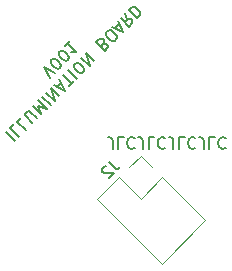
<source format=gbr>
%TF.GenerationSoftware,KiCad,Pcbnew,(5.1.6)-1*%
%TF.CreationDate,2021-01-25T18:01:45+00:00*%
%TF.ProjectId,Illum,496c6c75-6d2e-46b6-9963-61645f706362,rev?*%
%TF.SameCoordinates,Original*%
%TF.FileFunction,Legend,Bot*%
%TF.FilePolarity,Positive*%
%FSLAX46Y46*%
G04 Gerber Fmt 4.6, Leading zero omitted, Abs format (unit mm)*
G04 Created by KiCad (PCBNEW (5.1.6)-1) date 2021-01-25 18:01:45*
%MOMM*%
%LPD*%
G01*
G04 APERTURE LIST*
%ADD10C,0.150000*%
%ADD11C,0.120000*%
G04 APERTURE END LIST*
D10*
X109880952Y-105047619D02*
X109880952Y-104333333D01*
X109833333Y-104190476D01*
X109738095Y-104095238D01*
X109595238Y-104047619D01*
X109500000Y-104047619D01*
X110833333Y-104047619D02*
X110357142Y-104047619D01*
X110357142Y-105047619D01*
X111738095Y-104142857D02*
X111690476Y-104095238D01*
X111547619Y-104047619D01*
X111452380Y-104047619D01*
X111309523Y-104095238D01*
X111214285Y-104190476D01*
X111166666Y-104285714D01*
X111119047Y-104476190D01*
X111119047Y-104619047D01*
X111166666Y-104809523D01*
X111214285Y-104904761D01*
X111309523Y-105000000D01*
X111452380Y-105047619D01*
X111547619Y-105047619D01*
X111690476Y-105000000D01*
X111738095Y-104952380D01*
X112452380Y-105047619D02*
X112452380Y-104333333D01*
X112404761Y-104190476D01*
X112309523Y-104095238D01*
X112166666Y-104047619D01*
X112071428Y-104047619D01*
X113404761Y-104047619D02*
X112928571Y-104047619D01*
X112928571Y-105047619D01*
X114309523Y-104142857D02*
X114261904Y-104095238D01*
X114119047Y-104047619D01*
X114023809Y-104047619D01*
X113880952Y-104095238D01*
X113785714Y-104190476D01*
X113738095Y-104285714D01*
X113690476Y-104476190D01*
X113690476Y-104619047D01*
X113738095Y-104809523D01*
X113785714Y-104904761D01*
X113880952Y-105000000D01*
X114023809Y-105047619D01*
X114119047Y-105047619D01*
X114261904Y-105000000D01*
X114309523Y-104952380D01*
X115023809Y-105047619D02*
X115023809Y-104333333D01*
X114976190Y-104190476D01*
X114880952Y-104095238D01*
X114738095Y-104047619D01*
X114642857Y-104047619D01*
X115976190Y-104047619D02*
X115500000Y-104047619D01*
X115500000Y-105047619D01*
X116880952Y-104142857D02*
X116833333Y-104095238D01*
X116690476Y-104047619D01*
X116595238Y-104047619D01*
X116452380Y-104095238D01*
X116357142Y-104190476D01*
X116309523Y-104285714D01*
X116261904Y-104476190D01*
X116261904Y-104619047D01*
X116309523Y-104809523D01*
X116357142Y-104904761D01*
X116452380Y-105000000D01*
X116595238Y-105047619D01*
X116690476Y-105047619D01*
X116833333Y-105000000D01*
X116880952Y-104952380D01*
X117595238Y-105047619D02*
X117595238Y-104333333D01*
X117547619Y-104190476D01*
X117452380Y-104095238D01*
X117309523Y-104047619D01*
X117214285Y-104047619D01*
X118547619Y-104047619D02*
X118071428Y-104047619D01*
X118071428Y-105047619D01*
X119452380Y-104142857D02*
X119404761Y-104095238D01*
X119261904Y-104047619D01*
X119166666Y-104047619D01*
X119023809Y-104095238D01*
X118928571Y-104190476D01*
X118880952Y-104285714D01*
X118833333Y-104476190D01*
X118833333Y-104619047D01*
X118880952Y-104809523D01*
X118928571Y-104904761D01*
X119023809Y-105000000D01*
X119166666Y-105047619D01*
X119261904Y-105047619D01*
X119404761Y-105000000D01*
X119452380Y-104952380D01*
X100892836Y-103634125D02*
X101599943Y-104341232D01*
X101566272Y-102960690D02*
X101229554Y-103297408D01*
X101936661Y-104004514D01*
X102138691Y-102388270D02*
X101801974Y-102724988D01*
X102509081Y-103432095D01*
X103081500Y-102859675D02*
X102509081Y-102287255D01*
X102475409Y-102186240D01*
X102475409Y-102118896D01*
X102509081Y-102017881D01*
X102643768Y-101883194D01*
X102744783Y-101849522D01*
X102812126Y-101849522D01*
X102913142Y-101883194D01*
X103485561Y-102455614D01*
X103115172Y-101411790D02*
X103822279Y-102118896D01*
X103552905Y-101378118D01*
X104293683Y-101647492D01*
X103586577Y-100940385D01*
X103923294Y-100603668D02*
X104630401Y-101310774D01*
X104260012Y-100266950D02*
X104967118Y-100974057D01*
X104664073Y-99862889D01*
X105371179Y-100569996D01*
X105169149Y-99761874D02*
X105505866Y-99425156D01*
X104899775Y-99627187D02*
X105842584Y-100098591D01*
X105371179Y-99155782D01*
X106212973Y-99728202D02*
X106617034Y-99324141D01*
X105707897Y-98819065D02*
X106415004Y-99526172D01*
X106145630Y-98381332D02*
X106852737Y-99088439D01*
X107324141Y-98617034D02*
X107458828Y-98482347D01*
X107492500Y-98381332D01*
X107492500Y-98246645D01*
X107391485Y-98078286D01*
X107155782Y-97842584D01*
X106987424Y-97741569D01*
X106852737Y-97741569D01*
X106751721Y-97775240D01*
X106617034Y-97909927D01*
X106583362Y-98010943D01*
X106583363Y-98145630D01*
X106684378Y-98313988D01*
X106920080Y-98549691D01*
X107088439Y-98650706D01*
X107223126Y-98650706D01*
X107324141Y-98617034D01*
X107223126Y-97303836D02*
X107930233Y-98010943D01*
X107627187Y-96899775D01*
X108334294Y-97606882D01*
X109108744Y-96158996D02*
X109176087Y-96024309D01*
X109176087Y-95956966D01*
X109142416Y-95855951D01*
X109041400Y-95754935D01*
X108940385Y-95721264D01*
X108873042Y-95721264D01*
X108772026Y-95754935D01*
X108502652Y-96024309D01*
X109209759Y-96731416D01*
X109445461Y-96495714D01*
X109479133Y-96394699D01*
X109479133Y-96327355D01*
X109445461Y-96226340D01*
X109378118Y-96158996D01*
X109277103Y-96125325D01*
X109209759Y-96125325D01*
X109108744Y-96158996D01*
X108873042Y-96394699D01*
X110051553Y-95889622D02*
X110186240Y-95754935D01*
X110219912Y-95653920D01*
X110219912Y-95519233D01*
X110118896Y-95350874D01*
X109883194Y-95115172D01*
X109714835Y-95014157D01*
X109580148Y-95014157D01*
X109479133Y-95047829D01*
X109344446Y-95182516D01*
X109310774Y-95283531D01*
X109310774Y-95418218D01*
X109411790Y-95586577D01*
X109647492Y-95822279D01*
X109815851Y-95923294D01*
X109950538Y-95923294D01*
X110051553Y-95889622D01*
X110118896Y-94812126D02*
X110455614Y-94475409D01*
X109849522Y-94677439D02*
X110792331Y-95148844D01*
X110320927Y-94206035D01*
X110960690Y-93566272D02*
X111061705Y-94138691D01*
X110556629Y-93970333D02*
X111263736Y-94677439D01*
X111533110Y-94408065D01*
X111566782Y-94307050D01*
X111566782Y-94239707D01*
X111533110Y-94138691D01*
X111432095Y-94037676D01*
X111331079Y-94004004D01*
X111263736Y-94004004D01*
X111162721Y-94037676D01*
X110893347Y-94307050D01*
X111263736Y-93263226D02*
X111970843Y-93970333D01*
X112139201Y-93801974D01*
X112206545Y-93667287D01*
X112206545Y-93532600D01*
X112172873Y-93431585D01*
X112071858Y-93263226D01*
X111970843Y-93162211D01*
X111802484Y-93061195D01*
X111701469Y-93027524D01*
X111566782Y-93027524D01*
X111432095Y-93094867D01*
X111263736Y-93263226D01*
X104558007Y-99049716D02*
X104086602Y-98106907D01*
X105029411Y-98578312D01*
X105399801Y-98207923D02*
X105467144Y-98140579D01*
X105500816Y-98039564D01*
X105500816Y-97972220D01*
X105467144Y-97871205D01*
X105366129Y-97702846D01*
X105197770Y-97534488D01*
X105029411Y-97433472D01*
X104928396Y-97399801D01*
X104861053Y-97399801D01*
X104760037Y-97433472D01*
X104692694Y-97500816D01*
X104659022Y-97601831D01*
X104659022Y-97669175D01*
X104692694Y-97770190D01*
X104793709Y-97938549D01*
X104962068Y-98106907D01*
X105130427Y-98207923D01*
X105231442Y-98241594D01*
X105298785Y-98241594D01*
X105399801Y-98207923D01*
X106073236Y-97534488D02*
X106140579Y-97467144D01*
X106174251Y-97366129D01*
X106174251Y-97298785D01*
X106140579Y-97197770D01*
X106039564Y-97029411D01*
X105871205Y-96861053D01*
X105702846Y-96760037D01*
X105601831Y-96726366D01*
X105534488Y-96726366D01*
X105433472Y-96760037D01*
X105366129Y-96827381D01*
X105332457Y-96928396D01*
X105332457Y-96995740D01*
X105366129Y-97096755D01*
X105467144Y-97265114D01*
X105635503Y-97433472D01*
X105803862Y-97534488D01*
X105904877Y-97568159D01*
X105972220Y-97568159D01*
X106073236Y-97534488D01*
X106275266Y-95918244D02*
X105871205Y-96322305D01*
X106073236Y-96120274D02*
X106780342Y-96827381D01*
X106611984Y-96793709D01*
X106477297Y-96793709D01*
X106376281Y-96827381D01*
D11*
%TO.C,J2*%
X117723006Y-111092102D02*
X114046051Y-114769058D01*
X114088478Y-107457574D02*
X117723006Y-111092102D01*
X108573045Y-109296051D02*
X114046051Y-114769058D01*
X114088478Y-107457574D02*
X112250000Y-109296051D01*
X112250000Y-109296051D02*
X110411522Y-107457574D01*
X110411522Y-107457574D02*
X108573045Y-109296051D01*
X113190452Y-106559548D02*
X112250000Y-105619096D01*
X112250000Y-105619096D02*
X111309548Y-106559548D01*
D10*
X109552893Y-106127539D02*
X110057969Y-106632615D01*
X110192656Y-106699959D01*
X110327343Y-106699959D01*
X110462030Y-106632615D01*
X110529373Y-106565272D01*
X109317190Y-106497928D02*
X109249847Y-106497928D01*
X109148832Y-106531600D01*
X108980473Y-106699959D01*
X108946801Y-106800974D01*
X108946801Y-106868318D01*
X108980473Y-106969333D01*
X109047816Y-107036676D01*
X109182503Y-107104020D01*
X109990625Y-107104020D01*
X109552893Y-107541753D01*
%TD*%
M02*

</source>
